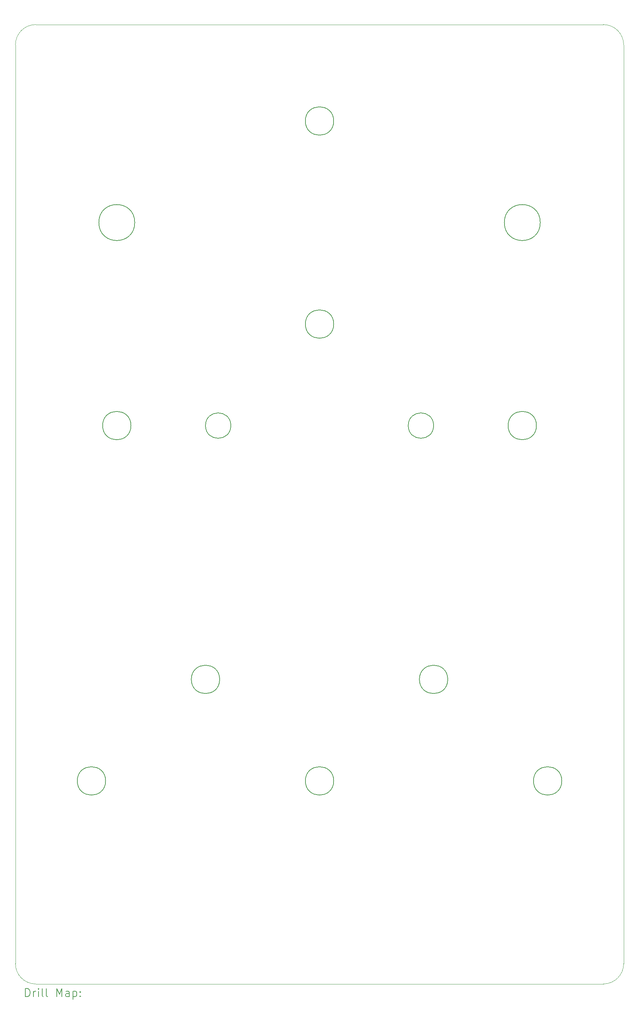
<source format=gbr>
%FSLAX45Y45*%
G04 Gerber Fmt 4.5, Leading zero omitted, Abs format (unit mm)*
G04 Created by KiCad (PCBNEW 6.0.5+dfsg-1~bpo11+1) date 2022-08-10 11:57:38*
%MOMM*%
%LPD*%
G01*
G04 APERTURE LIST*
%TA.AperFunction,Profile*%
%ADD10C,0.150000*%
%TD*%
%TA.AperFunction,Profile*%
%ADD11C,0.100000*%
%TD*%
%ADD12C,0.200000*%
G04 APERTURE END LIST*
D10*
X24130000Y-12065000D02*
G75*
G03*
X24130000Y-12065000I-317500J0D01*
G01*
X16547500Y-12065000D02*
G75*
G03*
X16547500Y-12065000I-355000J0D01*
G01*
X27342500Y-20955000D02*
G75*
G03*
X27342500Y-20955000I-355000J0D01*
G01*
X21626829Y-4444375D02*
G75*
G03*
X21626829Y-4444375I-355000J0D01*
G01*
X18770000Y-18415000D02*
G75*
G03*
X18770000Y-18415000I-355000J0D01*
G01*
X19050000Y-12065000D02*
G75*
G03*
X19050000Y-12065000I-317500J0D01*
G01*
X26802500Y-6985000D02*
G75*
G03*
X26802500Y-6985000I-450000J0D01*
G01*
X24485000Y-18415000D02*
G75*
G03*
X24485000Y-18415000I-355000J0D01*
G01*
X16642500Y-6985000D02*
G75*
G03*
X16642500Y-6985000I-450000J0D01*
G01*
D11*
X13652500Y-25527000D02*
G75*
G03*
X14160500Y-26035000I508000J0D01*
G01*
D10*
X15912500Y-20955000D02*
G75*
G03*
X15912500Y-20955000I-355000J0D01*
G01*
X21627500Y-9525000D02*
G75*
G03*
X21627500Y-9525000I-355000J0D01*
G01*
D11*
X28892500Y-25527000D02*
X28892500Y-2540000D01*
X14160500Y-2032000D02*
G75*
G03*
X13652500Y-2540000I0J-508000D01*
G01*
D10*
X26707041Y-12064372D02*
G75*
G03*
X26707041Y-12064372I-355000J0D01*
G01*
D11*
X28384500Y-2032000D02*
X14160500Y-2032000D01*
X28892500Y-2540000D02*
G75*
G03*
X28384500Y-2032000I-508000J0D01*
G01*
D10*
X21627500Y-20955000D02*
G75*
G03*
X21627500Y-20955000I-355000J0D01*
G01*
D11*
X13652500Y-2540000D02*
X13652500Y-25527000D01*
X28384500Y-26035000D02*
G75*
G03*
X28892500Y-25527000I0J508000D01*
G01*
X14160500Y-26035000D02*
X28384500Y-26035000D01*
D12*
X13905119Y-26350476D02*
X13905119Y-26150476D01*
X13952738Y-26150476D01*
X13981309Y-26160000D01*
X14000357Y-26179048D01*
X14009881Y-26198095D01*
X14019405Y-26236191D01*
X14019405Y-26264762D01*
X14009881Y-26302857D01*
X14000357Y-26321905D01*
X13981309Y-26340952D01*
X13952738Y-26350476D01*
X13905119Y-26350476D01*
X14105119Y-26350476D02*
X14105119Y-26217143D01*
X14105119Y-26255238D02*
X14114643Y-26236191D01*
X14124167Y-26226667D01*
X14143214Y-26217143D01*
X14162262Y-26217143D01*
X14228928Y-26350476D02*
X14228928Y-26217143D01*
X14228928Y-26150476D02*
X14219405Y-26160000D01*
X14228928Y-26169524D01*
X14238452Y-26160000D01*
X14228928Y-26150476D01*
X14228928Y-26169524D01*
X14352738Y-26350476D02*
X14333690Y-26340952D01*
X14324167Y-26321905D01*
X14324167Y-26150476D01*
X14457500Y-26350476D02*
X14438452Y-26340952D01*
X14428928Y-26321905D01*
X14428928Y-26150476D01*
X14686071Y-26350476D02*
X14686071Y-26150476D01*
X14752738Y-26293333D01*
X14819405Y-26150476D01*
X14819405Y-26350476D01*
X15000357Y-26350476D02*
X15000357Y-26245714D01*
X14990833Y-26226667D01*
X14971786Y-26217143D01*
X14933690Y-26217143D01*
X14914643Y-26226667D01*
X15000357Y-26340952D02*
X14981309Y-26350476D01*
X14933690Y-26350476D01*
X14914643Y-26340952D01*
X14905119Y-26321905D01*
X14905119Y-26302857D01*
X14914643Y-26283810D01*
X14933690Y-26274286D01*
X14981309Y-26274286D01*
X15000357Y-26264762D01*
X15095595Y-26217143D02*
X15095595Y-26417143D01*
X15095595Y-26226667D02*
X15114643Y-26217143D01*
X15152738Y-26217143D01*
X15171786Y-26226667D01*
X15181309Y-26236191D01*
X15190833Y-26255238D01*
X15190833Y-26312381D01*
X15181309Y-26331429D01*
X15171786Y-26340952D01*
X15152738Y-26350476D01*
X15114643Y-26350476D01*
X15095595Y-26340952D01*
X15276548Y-26331429D02*
X15286071Y-26340952D01*
X15276548Y-26350476D01*
X15267024Y-26340952D01*
X15276548Y-26331429D01*
X15276548Y-26350476D01*
X15276548Y-26226667D02*
X15286071Y-26236191D01*
X15276548Y-26245714D01*
X15267024Y-26236191D01*
X15276548Y-26226667D01*
X15276548Y-26245714D01*
M02*

</source>
